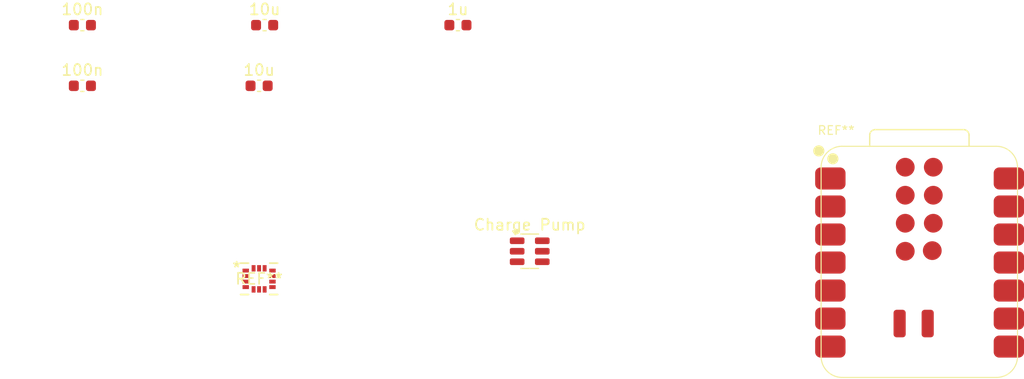
<source format=kicad_pcb>
(kicad_pcb (version 20240108) (generator "pcbnew") (generator_version "8.0")
  (layers (0 "F.Cu" signal) (31 "B.Cu" signal) (34 "B.Paste" user) (35 "F.Paste" user) (36 "B.SilkS" user "B.Silkscreen") (37 "F.SilkS" user "F.Silkscreen") (38 "B.Mask" user) (39 "F.Mask" user) (44 "Edge.Cuts" user))
  (net 0 "")
  (footprint "Capacitor_SMD:C_0603_1608Metric" (layer "F.Cu") (at 147.5 75.5)
    (property "Reference" "10u" (at 0 -1.43 0) (layer "F.SilkS"))
    (property "Value" "C_0603_1608Metric")
    (fp_line (start -0.14058 -0.51) (end 0.14058 -0.51) (stroke (width 0.12)) (layer "F.SilkS"))
    (fp_line (start -0.14058 0.51) (end 0.14058 0.51) (stroke (width 0.12)) (layer "F.SilkS"))
    (pad "1" smd roundrect (at -0.775 0) (size 0.9 0.95) (layers "F.Cu" "F.Paste" "F.Mask"))
    (pad "2" smd roundrect (at 0.775 0) (size 0.9 0.95) (layers "F.Cu" "F.Paste" "F.Mask"))
  )
  (footprint "Led20:ChargePump" (layer "F.Cu") (at 171.5 96)
    (property "Reference" "Charge Pump" (at 0 -2.4 0) (layer "F.SilkS"))
    (property "Value" "ChargePump")
    (fp_line (start 0 -1.56) (end -0.8 -1.56) (stroke (width 0.12)) (layer "F.SilkS"))
    (fp_line (start 0 -1.56) (end 0.8 -1.56) (stroke (width 0.12)) (layer "F.SilkS"))
    (fp_line (start 0 1.56) (end -0.8 1.56) (stroke (width 0.12)) (layer "F.SilkS"))
    (fp_line (start 0 1.56) (end 0.8 1.56) (stroke (width 0.12)) (layer "F.SilkS"))
    (fp_poly (pts (xy -1.3 -1.51) (xy -1.54 -1.84) (xy -1.06 -1.84) (xy -1.3 -1.51)) (stroke (width 0.12)) (fill solid) (layer "F.SilkS"))
    (pad "1" smd roundrect (at -1.1375 -0.95) (size 1.325 0.6) (layers "F.Cu" "F.Paste" "F.Mask"))
    (pad "2" smd roundrect (at -1.1375 0) (size 1.325 0.6) (layers "F.Cu" "F.Paste" "F.Mask"))
    (pad "3" smd roundrect (at -1.1375 0.95) (size 1.325 0.6) (layers "F.Cu" "F.Paste" "F.Mask"))
    (pad "4" smd roundrect (at 1.1375 0.95) (size 1.325 0.6) (layers "F.Cu" "F.Paste" "F.Mask"))
    (pad "5" smd roundrect (at 1.1375 0) (size 1.325 0.6) (layers "F.Cu" "F.Paste" "F.Mask"))
    (pad "6" smd roundrect (at 1.1375 -0.95) (size 1.325 0.6) (layers "F.Cu" "F.Paste" "F.Mask"))
  )
  (footprint "Capacitor_SMD:C_0603_1608Metric" (layer "F.Cu") (at 147 81)
    (property "Reference" "10u" (at 0 -1.43 0) (layer "F.SilkS"))
    (property "Value" "C_0603_1608Metric")
    (fp_line (start -0.14058 -0.51) (end 0.14058 -0.51) (stroke (width 0.12)) (layer "F.SilkS"))
    (fp_line (start -0.14058 0.51) (end 0.14058 0.51) (stroke (width 0.12)) (layer "F.SilkS"))
    (pad "1" smd roundrect (at -0.775 0) (size 0.9 0.95) (layers "F.Cu" "F.Paste" "F.Mask"))
    (pad "2" smd roundrect (at 0.775 0) (size 0.9 0.95) (layers "F.Cu" "F.Paste" "F.Mask"))
  )
  (footprint "Led20:LGA-14L_2P5X3X0P83_STM-L" (layer "F.Cu") (at 147 98.5)
    (property "Reference" "REF**" (at 0 0 0) (layer "F.SilkS"))
    (property "Value" "LGA-14L_2P5X3X0P83_STM")
    (fp_line (start -1.6764 1.4224) (end -0.957013 1.4224) (stroke (width 0.1524)) (layer "F.SilkS"))
    (fp_line (start -0.957013 -1.4224) (end -1.6764 -1.4224) (stroke (width 0.1524)) (layer "F.SilkS"))
    (fp_line (start 0.957013 1.4224) (end 1.6764 1.4224) (stroke (width 0.1524)) (layer "F.SilkS"))
    (fp_line (start 1.6764 -1.4224) (end 0.957013 -1.4224) (stroke (width 0.1524)) (layer "F.SilkS"))
    (fp_poly (pts (xy 1.905 -0.4405) (xy 1.905 -0.059499) (xy 1.651 -0.059499) (xy 1.651 -0.4405)) (fill solid) (layer "F.SilkS"))
    (fp_text user "*" (at -2.032 -1 0) (layer "F.SilkS"))
    (fp_text user "*" (at -2.032 -1 0) (layer "F.SilkS"))
    (pad "1" smd rect (at -1.2103 -0.750001 90) (size 0.351536 0.57658) (layers "F.Cu" "F.Paste" "F.Mask"))
    (pad "2" smd rect (at -1.2103 -0.25 90) (size 0.351536 0.57658) (layers "F.Cu" "F.Paste" "F.Mask"))
    (pad "3" smd rect (at -1.2103 0.25 90) (size 0.351536 0.57658) (layers "F.Cu" "F.Paste" "F.Mask"))
    (pad "4" smd rect (at -1.2103 0.750001 90) (size 0.351536 0.57658) (layers "F.Cu" "F.Paste" "F.Mask"))
    (pad "5" smd rect (at -0.499999 0.9563) (size 0.351536 0.57658) (layers "F.Cu" "F.Paste" "F.Mask"))
    (pad "6" smd rect (at 0 0.9563) (size 0.351536 0.57658) (layers "F.Cu" "F.Paste" "F.Mask"))
    (pad "7" smd rect (at 0.499999 0.9563) (size 0.351536 0.57658) (layers "F.Cu" "F.Paste" "F.Mask"))
    (pad "8" smd rect (at 1.2103 0.750001 90) (size 0.351536 0.57658) (layers "F.Cu" "F.Paste" "F.Mask"))
    (pad "9" smd rect (at 1.2103 0.25 90) (size 0.351536 0.57658) (layers "F.Cu" "F.Paste" "F.Mask"))
    (pad "10" smd rect (at 1.2103 -0.25 90) (size 0.351536 0.57658) (layers "F.Cu" "F.Paste" "F.Mask"))
    (pad "11" smd rect (at 1.2103 -0.750001 90) (size 0.351536 0.57658) (layers "F.Cu" "F.Paste" "F.Mask"))
    (pad "12" smd rect (at 0.499999 -0.9563) (size 0.351536 0.57658) (layers "F.Cu" "F.Paste" "F.Mask"))
    (pad "13" smd rect (at 0 -0.9563) (size 0.351536 0.57658) (layers "F.Cu" "F.Paste" "F.Mask"))
    (pad "14" smd rect (at -0.499999 -0.9563) (size 0.351536 0.57658) (layers "F.Cu" "F.Paste" "F.Mask"))
  )
  (footprint "Capacitor_SMD:C_0603_1608Metric" (layer "F.Cu") (at 131 75.5)
    (property "Reference" "100n" (at 0 -1.43 0) (layer "F.SilkS"))
    (property "Value" "C_0603_1608Metric")
    (fp_line (start -0.14058 -0.51) (end 0.14058 -0.51) (stroke (width 0.12)) (layer "F.SilkS"))
    (fp_line (start -0.14058 0.51) (end 0.14058 0.51) (stroke (width 0.12)) (layer "F.SilkS"))
    (pad "1" smd roundrect (at -0.775 0) (size 0.9 0.95) (layers "F.Cu" "F.Paste" "F.Mask"))
    (pad "2" smd roundrect (at 0.775 0) (size 0.9 0.95) (layers "F.Cu" "F.Paste" "F.Mask"))
  )
  (footprint "Capacitor_SMD:C_0603_1608Metric" (layer "F.Cu") (at 131 81)
    (property "Reference" "100n" (at 0 -1.43 0) (layer "F.SilkS"))
    (property "Value" "C_0603_1608Metric")
    (fp_line (start -0.14058 -0.51) (end 0.14058 -0.51) (stroke (width 0.12)) (layer "F.SilkS"))
    (fp_line (start -0.14058 0.51) (end 0.14058 0.51) (stroke (width 0.12)) (layer "F.SilkS"))
    (pad "1" smd roundrect (at -0.775 0) (size 0.9 0.95) (layers "F.Cu" "F.Paste" "F.Mask"))
    (pad "2" smd roundrect (at 0.775 0) (size 0.9 0.95) (layers "F.Cu" "F.Paste" "F.Mask"))
  )
  (footprint "Led20:XIAO-ESP32-C6-SMD" (layer "F.Cu") (at 207 97)
    (property "Reference" "REF**" (at -9.5 -11.5 0) (layer "F.SilkS") (effects (font (size 0.78232 0.78232) (thickness 0.10668)) (justify left bottom)))
    (property "Value" "XIAO-ESP32-C6-SMD")
    (fp_line (start -9.1166 8.5345) (end -9.1166 -8.6105) (stroke (width 0.1)) (layer "F.SilkS"))
    (fp_line (start -7.2116 10.4395) (end 6.7584 10.4395) (stroke (width 0.1)) (layer "F.SilkS"))
    (fp_line (start -4.7216 -10.5155) (end -4.717872 -11.525772) (stroke (width 0.127)) (layer "F.SilkS"))
    (fp_line (start -4.217872 -12.0255) (end 3.7774 -12.0255) (stroke (width 0.127)) (layer "F.SilkS"))
    (fp_line (start 4.2774 -11.5255) (end 4.2774 -10.5155) (stroke (width 0.127)) (layer "F.SilkS"))
    (fp_line (start 6.7584 -10.5155) (end -7.2116 -10.5155) (stroke (width 0.1)) (layer "F.SilkS"))
    (fp_line (start 8.6634 8.5345) (end 8.6634 -8.6105) (stroke (width 0.1)) (layer "F.SilkS"))
    (fp_arc (start -9.1166 -8.6145) (mid -8.558638 -9.961538) (end -7.2116 -10.5195) (stroke (width 0.1)) (layer "F.SilkS"))
    (fp_arc (start -7.2116 10.4395) (mid -8.558638 9.881538) (end -9.1166 8.5345) (stroke (width 0.1)) (layer "F.SilkS"))
    (fp_arc (start -4.717872 -11.525772) (mid -4.571324 -11.879144) (end -4.217872 -12.0255) (stroke (width 0.127)) (layer "F.SilkS"))
    (fp_arc (start 3.7774 -12.0255) (mid 4.130953 -11.879053) (end 4.2774 -11.5255) (stroke (width 0.127)) (layer "F.SilkS"))
    (fp_arc (start 6.7584 -10.5155) (mid 8.105438 -9.957538) (end 8.6634 -8.6105) (stroke (width 0.1)) (layer "F.SilkS"))
    (fp_arc (start 8.6634 8.5345) (mid 8.105438 9.881538) (end 6.7584 10.4395) (stroke (width 0.1)) (layer "F.SilkS"))
    (fp_circle (center -9.3266 -10.0995) (end -9.3266 -10.3535) (stroke (width 0.5)) (fill solid) (layer "F.SilkS"))
    (fp_circle (center -8.0526 -9.3825) (end -8.0526 -9.6365) (stroke (width 0.5)) (fill solid) (layer "F.SilkS"))
    (pad "1" smd roundrect (at -8.2816 -7.5985) (size 2.75 2) (layers "F.Cu" "F.Paste" "F.Mask"))
    (pad "2" smd roundrect (at -8.2816 -5.0585) (size 2.75 2) (layers "F.Cu" "F.Paste" "F.Mask"))
    (pad "3" smd roundrect (at -8.2816 -2.5185) (size 2.75 2) (layers "F.Cu" "F.Paste" "F.Mask"))
    (pad "4" smd roundrect (at -8.2816 0.0215) (size 2.75 2) (layers "F.Cu" "F.Paste" "F.Mask"))
    (pad "5" smd roundrect (at -8.2816 2.5615) (size 2.75 2) (layers "F.Cu" "F.Paste" "F.Mask"))
    (pad "6" smd roundrect (at -8.2816 5.1015) (size 2.75 2) (layers "F.Cu" "F.Paste" "F.Mask"))
    (pad "7" smd roundrect (at -8.2816 7.6415) (size 2.75 2) (layers "F.Cu" "F.Paste" "F.Mask"))
    (pad "8" smd roundrect (at 7.8834 7.6415) (size 2.75 2) (layers "F.Cu" "F.Paste" "F.Mask"))
    (pad "9" smd roundrect (at 7.8834 5.1015) (size 2.75 2) (layers "F.Cu" "F.Paste" "F.Mask"))
    (pad "10" smd roundrect (at 7.8834 2.5615) (size 2.75 2) (layers "F.Cu" "F.Paste" "F.Mask"))
    (pad "11" smd roundrect (at 7.8834 0.0215) (size 2.75 2) (layers "F.Cu" "F.Paste" "F.Mask"))
    (pad "12" smd roundrect (at 7.8834 -2.5185) (size 2.75 2) (layers "F.Cu" "F.Paste" "F.Mask"))
    (pad "13" smd roundrect (at 7.8834 -5.0585) (size 2.75 2) (layers "F.Cu" "F.Paste" "F.Mask"))
    (pad "14" smd roundrect (at 7.8834 -7.5985) (size 2.75 2) (layers "F.Cu" "F.Paste" "F.Mask"))
    (pad "15" smd roundrect (at -2.008 5.5532 270) (size 2.5 1.1) (layers "F.Cu" "F.Paste" "F.Mask"))
    (pad "16" smd roundrect (at 0.532 5.5532 270) (size 2.5 1.1) (layers "F.Cu" "F.Paste" "F.Mask"))
    (pad "17" smd circle (at -1.5 -8.62) (size 1.7 1.7) (layers "F.Cu" "F.Paste" "F.Mask"))
    (pad "18" smd circle (at 1.04 -8.62) (size 1.7 1.7) (layers "F.Cu" "F.Paste" "F.Mask"))
    (pad "19" smd circle (at -1.5 -6.08) (size 1.7 1.7) (layers "F.Cu" "F.Paste" "F.Mask"))
    (pad "20" smd circle (at 1.04 -6.08) (size 1.7 1.7) (layers "F.Cu" "F.Paste" "F.Mask"))
    (pad "21" smd circle (at -1.5 -3.54) (size 1.7 1.7) (layers "F.Cu" "F.Paste" "F.Mask"))
    (pad "22" smd circle (at 1.04 -3.54) (size 1.7 1.7) (layers "F.Cu" "F.Paste" "F.Mask"))
    (pad "23" smd circle (at -1.5 -1) (size 1.7 1.7) (layers "F.Cu" "F.Paste" "F.Mask"))
    (pad "24" smd circle (at 0.9474 -1.0568) (size 1.7 1.7) (layers "F.Cu" "F.Paste" "F.Mask"))
  )
  (footprint "Capacitor_SMD:C_0603_1608Metric" (layer "F.Cu") (at 165 75.5)
    (property "Reference" "1u" (at 0 -1.43 0) (layer "F.SilkS"))
    (property "Value" "C_0603_1608Metric")
    (fp_line (start -0.14058 -0.51) (end 0.14058 -0.51) (stroke (width 0.12)) (layer "F.SilkS"))
    (fp_line (start -0.14058 0.51) (end 0.14058 0.51) (stroke (width 0.12)) (layer "F.SilkS"))
    (pad "1" smd roundrect (at -0.775 0) (size 0.9 0.95) (layers "F.Cu" "F.Paste" "F.Mask"))
    (pad "2" smd roundrect (at 0.775 0) (size 0.9 0.95) (layers "F.Cu" "F.Paste" "F.Mask"))
  )
)
</source>
